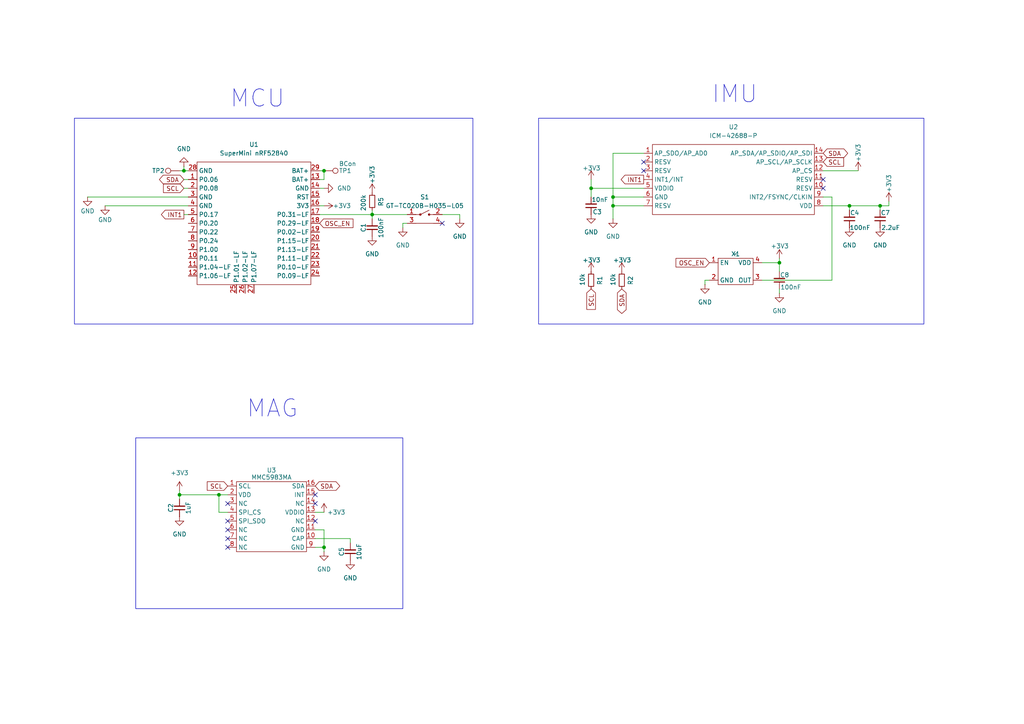
<source format=kicad_sch>
(kicad_sch (version 20231120) (generator "eeschema") (generator_version "8.0")
  (paper "A4")
  (title_block (title "Fuimini ICM") (company "Macroplastics"))
  (lib_symbols
    (symbol "Connector:TestPoint" (pin_numbers hide) (pin_names (offset 0.762) hide)
      (property "Reference" "TP" (at 0 6.858 0))
      (property "Value" "TestPoint" (at 0 5.08 0))
      (symbol "TestPoint_0_1"
        (circle (center 0 3.302) (radius 0.762))
      )
      (symbol "TestPoint_1_1"
        (pin passive line (at 0 0 90) (length 2.54) (name "1") (number "1"))
      )
    )
    (symbol "LSM6DSV Symbols:C_Small" (pin_numbers hide) (pin_names (offset 0.254) hide)
      (property "Reference" "C" (at 0.254 1.778 0))
      (property "Value" "C_Small" (at 0.254 -2.032 0))
      (symbol "C_Small_0_1"
        (polyline (pts (xy -1.524 -0.508) (xy 1.524 -0.508)) (stroke (width 0.3302)))
        (polyline (pts (xy -1.524 0.508) (xy 1.524 0.508)) (stroke (width 0.3048)))
      )
      (symbol "C_Small_1_1"
        (pin passive line (at 0 2.54 270) (length 2.032) (name "~") (number "1"))
        (pin passive line (at 0 -2.54 90) (length 2.032) (name "~") (number "2"))
      )
    )
    (symbol "LSM6DSV Symbols:R_Small" (pin_numbers hide) (pin_names (offset 0.254) hide)
      (property "Reference" "R" (at 0.762 0.508 0))
      (property "Value" "R_Small" (at 0.762 -1.016 0))
      (symbol "R_Small_0_1"
        (rectangle (start -0.762 1.778) (end 0.762 -1.778) (stroke (width 0.2032)))
      )
      (symbol "R_Small_1_1"
        (pin passive line (at 0 2.54 270) (length 0.762) (name "~") (number "1"))
        (pin passive line (at 0 -2.54 90) (length 0.762) (name "~") (number "2"))
      )
    )
    (symbol "button_custom:GT-TC020B-H035-L05"
      (property "Reference" "S" (at 0 0 0))
      (symbol "GT-TC020B-H035-L05_0_1"
        (polyline (pts (xy -2.54 -1.27) (xy 2.54 -1.27)))
        (polyline (pts (xy -2.54 1.27) (xy -2.54 1.27)))
        (polyline (pts (xy -2.54 1.27) (xy -1.27 1.27)))
        (polyline (pts (xy -1.27 1.27) (xy 1.27 2.54)))
        (polyline (pts (xy 2.54 1.27) (xy 1.27 1.27)))
      )
      (symbol "GT-TC020B-H035-L05_1_1"
        (circle (center -1.27 1.27) (radius 0.2563) (fill (type outline)))
        (circle (center 1.27 1.27) (radius 0.2563) (fill (type outline)))
        (pin bidirectional line (at -5.08 1.27 0) (length 2.54) (name "") (number "1"))
        (pin bidirectional line (at 5.08 1.27 180) (length 2.54) (name "") (number "2"))
        (pin passive line (at -5.08 -1.27 0) (length 2.54) (name "") (number "3"))
        (pin passive line (at 5.08 -1.27 180) (length 2.54) (name "") (number "4"))
      )
    )
    (symbol "imu_custom:ICM-42688-P"
      (property "Reference" "U" (at 0 1.016 0))
      (property "Value" "ICM-42688-P" (at 0 -1.016 0))
      (symbol "ICM-42688-P_0_1"
        (rectangle (start -22.86 10.16) (end 24.13 -10.16))
      )
      (symbol "ICM-42688-P_1_1"
        (pin input line (at -25.4 7.62 0) (length 2.54) (name "AP_SDO/AP_AD0") (number "1"))
        (pin input line (at 26.67 -2.54 180) (length 2.54) (name "RESV") (number "10"))
        (pin input line (at 26.67 0 180) (length 2.54) (name "RESV") (number "11"))
        (pin input line (at 26.67 2.54 180) (length 2.54) (name "AP_CS") (number "12"))
        (pin input line (at 26.67 5.08 180) (length 2.54) (name "AP_SCL/AP_SCLK") (number "13"))
        (pin input line (at 26.67 7.62 180) (length 2.54) (name "AP_SDA/AP_SDIO/AP_SDI") (number "14"))
        (pin input line (at -25.4 5.08 0) (length 2.54) (name "RESV") (number "2"))
        (pin input line (at -25.4 2.54 0) (length 2.54) (name "RESV") (number "3"))
        (pin input line (at -25.4 0 0) (length 2.54) (name "INT1/INT") (number "4"))
        (pin input line (at -25.4 -2.54 0) (length 2.54) (name "VDDIO") (number "5"))
        (pin input line (at -25.4 -5.08 0) (length 2.54) (name "GND") (number "6"))
        (pin input line (at -25.4 -7.62 0) (length 2.54) (name "RESV") (number "7"))
        (pin input line (at 26.67 -7.62 180) (length 2.54) (name "VDD") (number "8"))
        (pin input line (at 26.67 -5.08 180) (length 2.54) (name "INT2/FSYNC/CLKIN") (number "9"))
      )
    )
    (symbol "mag_custom:MMC5983MA"
      (property "Reference" "U" (at 0 12.954 0))
      (symbol "MMC5983MA_0_1"
        (rectangle (start -10.16 10.16) (end 10.16 -10.16))
      )
      (symbol "MMC5983MA_1_1"
        (pin input line (at -12.7 8.89 0) (length 2.54) (name "SCL") (number "1"))
        (pin input line (at 12.7 -6.35 180) (length 2.54) (name "CAP") (number "10"))
        (pin input line (at 12.7 -3.81 180) (length 2.54) (name "GND") (number "11"))
        (pin input line (at 12.7 -1.27 180) (length 2.54) (name "NC") (number "12"))
        (pin input line (at 12.7 1.27 180) (length 2.54) (name "VDDIO") (number "13"))
        (pin input line (at 12.7 3.81 180) (length 2.54) (name "NC") (number "14"))
        (pin input line (at 12.7 6.35 180) (length 2.54) (name "INT") (number "15"))
        (pin input line (at 12.7 8.89 180) (length 2.54) (name "SDA") (number "16"))
        (pin input line (at -12.7 6.35 0) (length 2.54) (name "VDD") (number "2"))
        (pin input line (at -12.7 3.81 0) (length 2.54) (name "NC") (number "3"))
        (pin input line (at -12.7 1.27 0) (length 2.54) (name "SPI_CS") (number "4"))
        (pin input line (at -12.7 -1.27 0) (length 2.54) (name "SPI_SDO") (number "5"))
        (pin input line (at -12.7 -3.81 0) (length 2.54) (name "NC") (number "6"))
        (pin input line (at -12.7 -6.35 0) (length 2.54) (name "NC") (number "7"))
        (pin input line (at -12.7 -8.89 0) (length 2.54) (name "NC") (number "8"))
        (pin input line (at 12.7 -8.89 180) (length 2.54) (name "GND") (number "9"))
      )
    )
    (symbol "marbastlib-promicroish:SuperMini_nRF52840" (in_bom no)
      (property "Reference" "U1" (at 0 24.13 0))
      (property "Value" "SuperMini nRF52840" (at 0 21.59 0))
      (symbol "SuperMini_nRF52840_0_0"
        (pin bidirectional line (at -19.05 13.97 0) (length 2.54) (name "P0.06") (number "1"))
        (pin bidirectional line (at -19.05 -8.89 0) (length 2.54) (name "P0.11") (number "10"))
        (pin bidirectional line (at -19.05 -11.43 0) (length 2.54) (name "P1.04-LF") (number "11"))
        (pin bidirectional line (at -19.05 -13.97 0) (length 2.54) (name "P1.06-LF") (number "12"))
        (pin power_out line (at 19.05 11.43 180) (length 2.54) (name "GND") (number "14"))
        (pin bidirectional line (at 19.05 8.89 180) (length 2.54) (name "RST") (number "15"))
        (pin bidirectional line (at 19.05 3.81 180) (length 2.54) (name "P0.31-LF") (number "17"))
        (pin bidirectional line (at 19.05 1.27 180) (length 2.54) (name "P0.29-LF") (number "18"))
        (pin bidirectional line (at 19.05 -1.27 180) (length 2.54) (name "P0.02-LF") (number "19"))
        (pin bidirectional line (at -19.05 11.43 0) (length 2.54) (name "P0.08") (number "2"))
        (pin bidirectional line (at 19.05 -3.81 180) (length 2.54) (name "P1.15-LF") (number "20"))
        (pin bidirectional line (at 19.05 -6.35 180) (length 2.54) (name "P1.13-LF") (number "21"))
        (pin bidirectional line (at 19.05 -8.89 180) (length 2.54) (name "P1.11-LF") (number "22"))
        (pin bidirectional line (at 19.05 -13.97 180) (length 2.54) (name "P0.09-LF") (number "24"))
        (pin power_out line (at -19.05 8.89 0) (length 2.54) (name "GND") (number "3"))
        (pin power_out line (at -19.05 6.35 0) (length 2.54) (name "GND") (number "4"))
        (pin bidirectional line (at -19.05 3.81 0) (length 2.54) (name "P0.17") (number "5"))
        (pin bidirectional line (at -19.05 1.27 0) (length 2.54) (name "P0.20") (number "6"))
        (pin bidirectional line (at -19.05 -1.27 0) (length 2.54) (name "P0.22") (number "7"))
        (pin bidirectional line (at -19.05 -3.81 0) (length 2.54) (name "P0.24") (number "8"))
        (pin bidirectional line (at -19.05 -6.35 0) (length 2.54) (name "P1.00") (number "9"))
      )
      (symbol "SuperMini_nRF52840_1_0"
        (pin power_out line (at 19.05 13.97 180) (length 2.54) (name "BAT+") (number "13"))
        (pin power_out line (at 19.05 6.35 180) (length 2.54) (name "3V3") (number "16"))
        (pin bidirectional line (at 19.05 -11.43 180) (length 2.54) (name "P0.10-LF") (number "23"))
        (pin bidirectional line (at -5.08 -19.05 90) (length 2.54) (name "P1.01-LF") (number "25"))
        (pin bidirectional line (at -2.54 -19.05 90) (length 2.54) (name "P1.02-LF") (number "26"))
        (pin bidirectional line (at 0 -19.05 90) (length 2.54) (name "P1.07-LF") (number "27"))
        (pin power_out line (at -19.05 16.51 0) (length 2.54) (name "GND") (number "28"))
        (pin power_out line (at 19.05 16.51 180) (length 2.54) (name "BAT+") (number "29"))
      )
      (symbol "SuperMini_nRF52840_1_1"
        (rectangle (start -16.51 19.05) (end 16.51 -16.51))
      )
    )
    (symbol "oscillator_custom:OK252032.768KJBA4SL"
      (property "Reference" "U" (at 0 5.08 0))
      (symbol "OK252032.768KJBA4SL_0_1"
        (rectangle (start -5.08 3.81) (end 5.08 -3.81))
      )
      (symbol "OK252032.768KJBA4SL_1_1"
        (pin input line (at -7.62 2.54 0) (length 2.54) (name "EN") (number "1"))
        (pin input line (at -7.62 -2.54 0) (length 2.54) (name "GND") (number "2"))
        (pin input line (at 7.62 -2.54 180) (length 2.54) (name "OUT") (number "3"))
        (pin input line (at 7.62 2.54 180) (length 2.54) (name "VDD") (number "4"))
      )
    )
    (symbol "power:+3V3" (power) (pin_names (offset 0))
      (property "Value" "+3V3" (at 0 3.556 0))
      (symbol "+3V3_0_1"
        (polyline (pts (xy -0.762 1.27) (xy 0 2.54)))
        (polyline (pts (xy 0 0) (xy 0 2.54)))
        (polyline (pts (xy 0 2.54) (xy 0.762 1.27)))
      )
      (symbol "+3V3_1_1"
        (pin power_in line (at 0 0 90) (length 0) hide (name "+3V3") (number "1"))
      )
    )
    (symbol "power:GND" (power) (pin_numbers hide) (pin_names (offset 0) hide)
      (property "Value" "GND" (at 0 -3.81 0))
      (symbol "GND_0_1"
        (polyline (pts (xy 0 0) (xy 0 -1.27) (xy 1.27 -1.27) (xy 0 -2.54) (xy -1.27 -1.27) (xy 0 -1.27)))
      )
      (symbol "GND_1_1"
        (pin power_in line (at 0 0 270) (length 0) (name "~") (number "1"))
      )
    )
  )
  (junction (at 171.45 54.61))
  (junction (at 255.27 59.69))
  (junction (at 177.8 57.15))
  (junction (at 107.95 62.23))
  (junction (at 177.8 59.69))
  (junction (at 93.98 49.53))
  (junction (at 63.5 143.51))
  (junction (at 246.38 59.69))
  (junction (at 93.98 158.75))
  (junction (at 52.07 143.51))
  (junction (at 53.34 49.53))
  (junction (at 226.06 76.2))
  (no_connect (at 66.04 153.67))
  (no_connect (at 91.44 151.13))
  (no_connect (at 66.04 156.21))
  (no_connect (at 91.44 146.05))
  (no_connect (at 66.04 151.13))
  (no_connect (at 66.04 146.05))
  (no_connect (at 238.76 54.61))
  (no_connect (at 91.44 143.51))
  (no_connect (at 66.04 158.75))
  (no_connect (at 186.69 46.99))
  (no_connect (at 238.76 52.07))
  (no_connect (at 128.27 64.77))
  (no_connect (at 186.69 49.53))
  (wire (pts (xy 107.95 63.5) (xy 107.95 62.23)))
  (wire (pts (xy 257.81 58.42) (xy 257.81 59.69)))
  (wire (pts (xy 116.84 64.77) (xy 116.84 66.04)))
  (wire (pts (xy 241.3 57.15) (xy 241.3 81.28)))
  (wire (pts (xy 93.98 49.53) (xy 92.71 49.53)))
  (wire (pts (xy 63.5 148.59) (xy 66.04 148.59)))
  (wire (pts (xy 177.8 59.69) (xy 177.8 63.5)))
  (wire (pts (xy 91.44 148.59) (xy 93.98 148.59)))
  (wire (pts (xy 133.35 62.23) (xy 133.35 63.5)))
  (wire (pts (xy 204.47 81.28) (xy 204.47 82.55)))
  (wire (pts (xy 116.84 64.77) (xy 118.11 64.77)))
  (wire (pts (xy 25.4 57.15) (xy 54.61 57.15)))
  (wire (pts (xy 101.6 156.21) (xy 101.6 157.48)))
  (wire (pts (xy 53.34 48.26) (xy 53.34 49.53)))
  (wire (pts (xy 107.95 62.23) (xy 118.11 62.23)))
  (wire (pts (xy 52.07 144.78) (xy 52.07 143.51)))
  (wire (pts (xy 93.98 158.75) (xy 93.98 160.02)))
  (wire (pts (xy 255.27 60.96) (xy 255.27 59.69)))
  (wire (pts (xy 63.5 143.51) (xy 63.5 148.59)))
  (wire (pts (xy 107.95 62.23) (xy 107.95 60.96)))
  (wire (pts (xy 53.34 62.23) (xy 54.61 62.23)))
  (wire (pts (xy 220.98 76.2) (xy 226.06 76.2)))
  (wire (pts (xy 171.45 57.15) (xy 171.45 54.61)))
  (wire (pts (xy 204.47 81.28) (xy 205.74 81.28)))
  (wire (pts (xy 226.06 74.93) (xy 226.06 76.2)))
  (wire (pts (xy 53.34 54.61) (xy 54.61 54.61)))
  (wire (pts (xy 171.45 52.07) (xy 171.45 54.61)))
  (wire (pts (xy 226.06 83.82) (xy 226.06 85.09)))
  (wire (pts (xy 238.76 49.53) (xy 248.92 49.53)))
  (wire (pts (xy 177.8 44.45) (xy 177.8 57.15)))
  (wire (pts (xy 53.34 52.07) (xy 54.61 52.07)))
  (wire (pts (xy 91.44 153.67) (xy 93.98 153.67)))
  (wire (pts (xy 93.98 153.67) (xy 93.98 158.75)))
  (wire (pts (xy 171.45 54.61) (xy 186.69 54.61)))
  (wire (pts (xy 226.06 76.2) (xy 226.06 78.74)))
  (wire (pts (xy 246.38 59.69) (xy 255.27 59.69)))
  (wire (pts (xy 255.27 59.69) (xy 257.81 59.69)))
  (wire (pts (xy 93.98 49.53) (xy 93.98 52.07)))
  (wire (pts (xy 246.38 60.96) (xy 246.38 59.69)))
  (wire (pts (xy 52.07 142.24) (xy 52.07 143.51)))
  (wire (pts (xy 52.07 143.51) (xy 63.5 143.51)))
  (wire (pts (xy 91.44 156.21) (xy 101.6 156.21)))
  (wire (pts (xy 93.98 59.69) (xy 92.71 59.69)))
  (wire (pts (xy 92.71 52.07) (xy 93.98 52.07)))
  (wire (pts (xy 128.27 62.23) (xy 133.35 62.23)))
  (wire (pts (xy 63.5 143.51) (xy 66.04 143.51)))
  (wire (pts (xy 52.07 49.53) (xy 53.34 49.53)))
  (wire (pts (xy 220.98 81.28) (xy 241.3 81.28)))
  (wire (pts (xy 238.76 57.15) (xy 241.3 57.15)))
  (wire (pts (xy 53.34 49.53) (xy 54.61 49.53)))
  (wire (pts (xy 177.8 44.45) (xy 186.69 44.45)))
  (wire (pts (xy 30.48 59.69) (xy 54.61 59.69)))
  (wire (pts (xy 92.71 62.23) (xy 107.95 62.23)))
  (wire (pts (xy 177.8 59.69) (xy 186.69 59.69)))
  (wire (pts (xy 177.8 57.15) (xy 177.8 59.69)))
  (wire (pts (xy 177.8 57.15) (xy 186.69 57.15)))
  (wire (pts (xy 91.44 158.75) (xy 93.98 158.75)))
  (wire (pts (xy 93.98 54.61) (xy 92.71 54.61)))
  (wire (pts (xy 238.76 59.69) (xy 246.38 59.69)))
  (rectangle (start 39.37 127) (end 116.84 176.53))
  (rectangle (start 21.59 34.29) (end 137.16 93.98))
  (rectangle (start 156.21 34.29) (end 267.97 93.98))
  (text "MCU" (at 74.676 28.702 0) (effects (font (size 5 5))))
  (text "MAG\n" (at 78.994 118.618 0) (effects (font (size 5 5))))
  (text "IMU" (at 213.106 27.432 0) (effects (font (size 5 5))))
  (global_label "OSC_EN" (shape input) (at 205.74 76.2 180) (property "Intersheetrefs" "${INTERSHEET_REFS}" (effects (hide yes))))
  (global_label "SDA" (shape bidirectional) (at 180.34 83.82 270) (property "Intersheetrefs" "${INTERSHEET_REFS}" (effects (hide yes))))
  (global_label "SDA" (shape bidirectional) (at 53.34 52.07 180) (property "Intersheetrefs" "${INTERSHEET_REFS}" (effects (hide yes))))
  (global_label "SDA" (shape bidirectional) (at 91.44 140.97 0) (property "Intersheetrefs" "${INTERSHEET_REFS}" (effects (hide yes))))
  (global_label "OSC_EN" (shape input) (at 92.71 64.77 0) (property "Intersheetrefs" "${INTERSHEET_REFS}" (effects (hide yes))))
  (global_label "INT1" (shape output) (at 53.34 62.23 180) (property "Intersheetrefs" "${INTERSHEET_REFS}" (effects (hide yes))))
  (global_label "SCL" (shape input) (at 171.45 83.82 270) (property "Intersheetrefs" "${INTERSHEET_REFS}" (effects (hide yes))))
  (global_label "SCL" (shape input) (at 53.34 54.61 180) (property "Intersheetrefs" "${INTERSHEET_REFS}" (effects (hide yes))))
  (global_label "SDA" (shape bidirectional) (at 238.76 44.45 0) (property "Intersheetrefs" "${INTERSHEET_REFS}" (effects (hide yes))))
  (global_label "SCL" (shape input) (at 238.76 46.99 0) (property "Intersheetrefs" "${INTERSHEET_REFS}" (effects (hide yes))))
  (global_label "SCL" (shape input) (at 66.04 140.97 180) (property "Intersheetrefs" "${INTERSHEET_REFS}" (effects (hide yes))))
  (global_label "INT1" (shape output) (at 186.69 52.07 180) (property "Intersheetrefs" "${INTERSHEET_REFS}" (effects (hide yes))))
  (symbol (lib_id "power:GND") (at 30.48 59.69 0) (unit 1)
    (property "Reference" "#PWR011" (effects (hide yes)))
    (property "Value" "GND" (at 30.48 63.754 0))
    (property "Description" "Power symbol creates a global label with name \"GND\" , ground" (effects (hide yes)))
  )
  (symbol (lib_id "power:+3V3") (at 171.45 52.07 0) (unit 1)
    (property "Reference" "#PWR03" (effects (hide yes)))
    (property "Value" "+3V3" (at 168.91 48.768 0) (effects (justify left)))
  )
  (symbol (lib_id "power:+3V3") (at 107.95 55.88 0) (unit 1)
    (property "Reference" "#PWR016" (effects (hide yes)))
    (property "Value" "+3V3" (at 107.95 53.34 90) (effects (justify left)))
  )
  (symbol (lib_id "oscillator_custom:OK252032.768KJBA4SL") (at 213.36 78.74 0) (unit 1)
    (property "Reference" "X1" (at 213.36 73.66 0))
    (property "Value" "~" (at 213.36 73.66 0))
    (property "Footprint" "oscillator_custom:OK252032.768KJBA4SL" (effects (hide yes)))
  )
  (symbol (lib_id "power:+3V3") (at 93.98 148.59 0) (unit 1)
    (property "Reference" "#PWR024" (effects (hide yes)))
    (property "Value" "+3V3" (at 97.536 148.59 0))
  )
  (symbol (lib_id "LSM6DSV Symbols:C_Small") (at 246.38 63.5 180) (unit 1)
    (property "Reference" "C4" (at 247.904 61.722 0))
    (property "Value" "100nF" (at 249.428 66.04 0))
    (property "Footprint" "Capacitor_SMD:C_0402_1005Metric" (effects (hide yes)))
    (property "MPN" "C14663" (effects (hide yes)))
  )
  (symbol (lib_id "power:+3V3") (at 257.81 58.42 0) (unit 1)
    (property "Reference" "#PWR014" (effects (hide yes)))
    (property "Value" "+3V3" (at 257.81 55.88 90) (effects (justify left)))
  )
  (symbol (lib_id "mag_custom:MMC5983MA") (at 78.74 149.86 0) (unit 1)
    (property "Reference" "U3" (at 78.74 136.398 0))
    (property "Value" "MMC5983MA" (at 78.74 138.43 0))
    (property "Footprint" "mag_custom:MMC5983MA" (effects (hide yes)))
  )
  (symbol (lib_id "power:GND") (at 107.95 68.58 0) (unit 1)
    (property "Reference" "#PWR017" (effects (hide yes)))
    (property "Value" "GND" (at 107.95 73.66 0))
    (property "Description" "Power symbol creates a global label with name \"GND\" , ground" (effects (hide yes)))
  )
  (symbol (lib_id "marbastlib-promicroish:SuperMini_nRF52840") (at 73.66 66.04 0) (unit 1) (in_bom no)
    (property "Reference" "U1" (at 73.66 41.91 0))
    (property "Value" "SuperMini nRF52840" (at 73.66 44.45 0))
    (property "Footprint" "mcu_custom:SuperMini_nRF52840_AH_USBdn" (effects (hide yes)))
    (property "Datasheet" "https://wiki.icbbuy.com/doku.php?id=developmentboard:nrf52840" (effects (hide yes)))
    (property "Description" "Symbol for an nicekeyboards nice!nano" (effects (hide yes)))
  )
  (symbol (lib_id "LSM6DSV Symbols:C_Small") (at 226.06 81.28 180) (unit 1)
    (property "Reference" "C8" (at 227.584 79.756 0))
    (property "Value" "100nF" (at 229.362 83.312 0))
    (property "Footprint" "Capacitor_SMD:C_0402_1005Metric" (effects (hide yes)))
    (property "MPN" "C14663" (effects (hide yes)))
  )
  (symbol (lib_id "power:GND") (at 177.8 63.5 0) (unit 1)
    (property "Reference" "#PWR02" (effects (hide yes)))
    (property "Value" "GND" (at 177.8 68.58 0))
    (property "Description" "Power symbol creates a global label with name \"GND\" , ground" (effects (hide yes)))
  )
  (symbol (lib_id "LSM6DSV Symbols:R_Small") (at 180.34 81.28 180) (unit 1)
    (property "Reference" "R2" (at 182.88 80.01 90) (effects (justify left)))
    (property "Value" "10k" (at 177.8 79.248 90) (effects (justify left)))
    (property "Footprint" "Resistor_SMD:R_0402_1005Metric" (effects (hide yes)))
    (property "MPN" "C23162" (effects (hide yes)))
  )
  (symbol (lib_id "Connector:TestPoint") (at 52.07 49.53 90) (unit 1)
    (property "Reference" "TP2" (at 47.752 49.53 90) (effects (justify left)))
    (property "Value" "BCon" (effects (hide yes)))
    (property "Footprint" "justPads_custom:2_4-1.5_3.5_1" (effects (hide yes)))
    (property "Description" "test point" (effects (hide yes)))
  )
  (symbol (lib_id "LSM6DSV Symbols:C_Small") (at 171.45 59.69 180) (unit 1)
    (property "Reference" "C3" (at 173.228 61.468 0))
    (property "Value" "10nF" (at 173.99 57.912 0))
    (property "Footprint" "Capacitor_SMD:C_0402_1005Metric" (effects (hide yes)))
    (property "MPN" "C14663" (effects (hide yes)))
  )
  (symbol (lib_id "power:+3V3") (at 180.34 78.74 0) (unit 1)
    (property "Reference" "#PWR023" (effects (hide yes)))
    (property "Value" "+3V3" (at 177.8 75.438 0) (effects (justify left)))
  )
  (symbol (lib_id "power:GND") (at 133.35 63.5 0) (unit 1)
    (property "Reference" "#PWR01" (effects (hide yes)))
    (property "Value" "GND" (at 133.35 68.58 0))
    (property "Description" "Power symbol creates a global label with name \"GND\" , ground" (effects (hide yes)))
  )
  (symbol (lib_id "power:+3V3") (at 52.07 142.24 0) (unit 1)
    (property "Reference" "#PWR019" (effects (hide yes)))
    (property "Value" "+3V3" (at 52.07 137.16 0))
  )
  (symbol (lib_id "power:GND") (at 52.07 149.86 0) (unit 1)
    (property "Reference" "#PWR018" (effects (hide yes)))
    (property "Value" "GND" (at 52.07 154.94 0))
  )
  (symbol (lib_id "button_custom:GT-TC020B-H035-L05") (at 123.19 63.5 0) (unit 1)
    (property "Reference" "S1" (at 123.19 57.15 0))
    (property "Value" "GT-TC020B-H035-L05" (at 123.19 59.69 0))
    (property "Footprint" "buttons_custom:GT-TC020B-H035-L05" (effects (hide yes)))
  )
  (symbol (lib_id "LSM6DSV Symbols:C_Small") (at 101.6 160.02 180) (unit 1)
    (property "Reference" "C5" (at 99.06 160.02 90))
    (property "Value" "10uF" (at 104.14 160.02 90))
    (property "Footprint" "Capacitor_SMD:C_0402_1005Metric" (effects (hide yes)))
    (property "MPN" "C14663" (effects (hide yes)))
  )
  (symbol (lib_id "power:GND") (at 204.47 82.55 0) (unit 1)
    (property "Reference" "#PWR015" (effects (hide yes)))
    (property "Value" "GND" (at 204.47 87.63 0))
    (property "Description" "Power symbol creates a global label with name \"GND\" , ground" (effects (hide yes)))
  )
  (symbol (lib_id "power:GND") (at 93.98 160.02 0) (unit 1)
    (property "Reference" "#PWR022" (effects (hide yes)))
    (property "Value" "GND" (at 93.98 165.1 0))
  )
  (symbol (lib_id "power:+3V3") (at 171.45 78.74 0) (unit 1)
    (property "Reference" "#PWR020" (effects (hide yes)))
    (property "Value" "+3V3" (at 168.91 75.438 0) (effects (justify left)))
  )
  (symbol (lib_id "LSM6DSV Symbols:R_Small") (at 171.45 81.28 180) (unit 1)
    (property "Reference" "R1" (at 173.99 80.01 90) (effects (justify left)))
    (property "Value" "10k" (at 168.91 79.248 90) (effects (justify left)))
    (property "Footprint" "Resistor_SMD:R_0402_1005Metric" (effects (hide yes)))
    (property "MPN" "C23162" (effects (hide yes)))
  )
  (symbol (lib_id "power:GND") (at 246.38 66.04 0) (unit 1)
    (property "Reference" "#PWR08" (effects (hide yes)))
    (property "Value" "GND" (at 246.38 71.12 0))
    (property "Description" "Power symbol creates a global label with name \"GND\" , ground" (effects (hide yes)))
  )
  (symbol (lib_id "power:GND") (at 25.4 57.15 0) (unit 1)
    (property "Reference" "#PWR012" (effects (hide yes)))
    (property "Value" "GND" (at 25.4 61.214 0))
    (property "Description" "Power symbol creates a global label with name \"GND\" , ground" (effects (hide yes)))
  )
  (symbol (lib_id "imu_custom:ICM-42688-P") (at 212.09 52.07 0) (unit 1)
    (property "Reference" "U2" (at 212.725 36.83 0))
    (property "Value" "ICM-42688-P" (at 212.725 39.37 0))
    (property "Footprint" "imu_custom:ICM-42688-P" (effects (hide yes)))
  )
  (symbol (lib_id "LSM6DSV Symbols:C_Small") (at 107.95 66.04 180) (unit 1)
    (property "Reference" "C1" (at 105.41 66.04 90))
    (property "Value" "100nF" (at 110.49 66.04 90))
    (property "Footprint" "Capacitor_SMD:C_0402_1005Metric" (effects (hide yes)))
    (property "MPN" "C14663" (effects (hide yes)))
  )
  (symbol (lib_id "power:GND") (at 255.27 66.04 0) (unit 1)
    (property "Reference" "#PWR013" (effects (hide yes)))
    (property "Value" "GND" (at 255.27 71.12 0))
    (property "Description" "Power symbol creates a global label with name \"GND\" , ground" (effects (hide yes)))
  )
  (symbol (lib_id "power:GND") (at 101.6 162.56 0) (unit 1)
    (property "Reference" "#PWR021" (effects (hide yes)))
    (property "Value" "GND" (at 101.6 167.64 0))
  )
  (symbol (lib_id "power:GND") (at 53.34 48.26 180) (unit 1)
    (property "Reference" "#PWR05" (effects (hide yes)))
    (property "Value" "GND" (at 53.34 43.18 0))
    (property "Description" "Power symbol creates a global label with name \"GND\" , ground" (effects (hide yes)))
  )
  (symbol (lib_id "power:GND") (at 171.45 62.23 0) (unit 1)
    (property "Reference" "#PWR04" (effects (hide yes)))
    (property "Value" "GND" (at 171.45 67.31 0))
    (property "Description" "Power symbol creates a global label with name \"GND\" , ground" (effects (hide yes)))
  )
  (symbol (lib_id "power:GND") (at 226.06 85.09 0) (unit 1)
    (property "Reference" "#PWR028" (effects (hide yes)))
    (property "Value" "GND" (at 226.06 90.17 0))
    (property "Description" "Power symbol creates a global label with name \"GND\" , ground" (effects (hide yes)))
  )
  (symbol (lib_id "power:GND") (at 116.84 66.04 0) (unit 1)
    (property "Reference" "#PWR07" (effects (hide yes)))
    (property "Value" "GND" (at 116.84 71.12 0))
    (property "Description" "Power symbol creates a global label with name \"GND\" , ground" (effects (hide yes)))
  )
  (symbol (lib_id "LSM6DSV Symbols:R_Small") (at 107.95 58.42 180) (unit 1)
    (property "Reference" "R5" (at 110.49 57.15 90) (effects (justify left)))
    (property "Value" "200k" (at 105.41 56.388 90) (effects (justify left)))
    (property "Footprint" "Resistor_SMD:R_0402_1005Metric" (effects (hide yes)))
    (property "MPN" "C23162" (effects (hide yes)))
  )
  (symbol (lib_id "power:+3V3") (at 93.98 59.69 270) (unit 1)
    (property "Reference" "#PWR09" (effects (hide yes)))
    (property "Value" "+3V3" (at 96.52 59.69 90) (effects (justify left)))
  )
  (symbol (lib_id "power:+3V3") (at 248.92 49.53 0) (unit 1)
    (property "Reference" "#PWR06" (effects (hide yes)))
    (property "Value" "+3V3" (at 248.92 46.99 90) (effects (justify left)))
  )
  (symbol (lib_id "Connector:TestPoint") (at 93.98 49.53 270) (unit 1)
    (property "Reference" "TP1" (at 98.298 49.53 90) (effects (justify left)))
    (property "Value" "BCon" (at 98.298 47.498 90) (effects (justify left)))
    (property "Footprint" "justPads_custom:2_4-1.5_3.5_1" (effects (hide yes)))
    (property "Description" "test point" (effects (hide yes)))
  )
  (symbol (lib_id "LSM6DSV Symbols:C_Small") (at 255.27 63.5 180) (unit 1)
    (property "Reference" "C7" (at 256.794 61.722 0))
    (property "Value" "2.2uF" (at 258.318 66.04 0))
    (property "Footprint" "Capacitor_SMD:C_0402_1005Metric" (effects (hide yes)))
    (property "MPN" "C14663" (effects (hide yes)))
  )
  (symbol (lib_id "power:+3V3") (at 226.06 74.93 0) (unit 1)
    (property "Reference" "#PWR027" (effects (hide yes)))
    (property "Value" "+3V3" (at 223.52 71.374 0) (effects (justify left)))
  )
  (symbol (lib_id "power:GND") (at 93.98 54.61 90) (unit 1)
    (property "Reference" "#PWR010" (effects (hide yes)))
    (property "Value" "GND" (at 97.79 54.6099 90) (effects (justify right)))
    (property "Description" "Power symbol creates a global label with name \"GND\" , ground" (effects (hide yes)))
  )
  (symbol (lib_id "LSM6DSV Symbols:C_Small") (at 52.07 147.32 180) (unit 1)
    (property "Reference" "C2" (at 49.53 147.32 90))
    (property "Value" "1uF" (at 54.61 147.32 90))
    (property "Footprint" "Capacitor_SMD:C_0402_1005Metric" (effects (hide yes)))
    (property "MPN" "C14663" (effects (hide yes)))
  )
)
</source>
